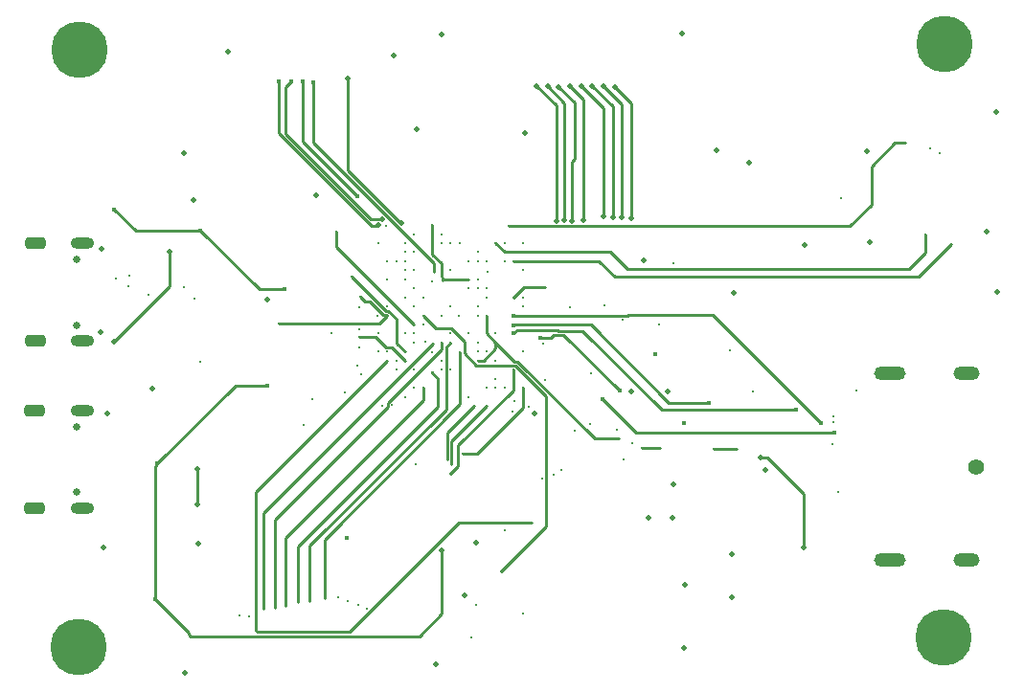
<source format=gbr>
%TF.GenerationSoftware,Altium Limited,Altium Designer,23.4.1 (23)*%
G04 Layer_Physical_Order=2*
G04 Layer_Color=36540*
%FSLAX45Y45*%
%MOMM*%
%TF.SameCoordinates,C80D94D6-ACD9-4930-820E-424AA932BAC3*%
%TF.FilePolarity,Positive*%
%TF.FileFunction,Copper,L2,Inr,Signal*%
%TF.Part,Single*%
G01*
G75*
%TA.AperFunction,Conductor*%
%ADD46C,0.25400*%
%TA.AperFunction,ComponentPad*%
%ADD48C,0.65000*%
%ADD49O,2.10000X1.00000*%
G04:AMPARAMS|DCode=50|XSize=1.8mm|YSize=1mm|CornerRadius=0.25mm|HoleSize=0mm|Usage=FLASHONLY|Rotation=0.000|XOffset=0mm|YOffset=0mm|HoleType=Round|Shape=RoundedRectangle|*
%AMROUNDEDRECTD50*
21,1,1.80000,0.50000,0,0,0.0*
21,1,1.30000,1.00000,0,0,0.0*
1,1,0.50000,0.65000,-0.25000*
1,1,0.50000,-0.65000,-0.25000*
1,1,0.50000,-0.65000,0.25000*
1,1,0.50000,0.65000,0.25000*
%
%ADD50ROUNDEDRECTD50*%
G04:AMPARAMS|DCode=51|XSize=1.2mm|YSize=2.8mm|CornerRadius=0.6mm|HoleSize=0mm|Usage=FLASHONLY|Rotation=90.000|XOffset=0mm|YOffset=0mm|HoleType=Round|Shape=RoundedRectangle|*
%AMROUNDEDRECTD51*
21,1,1.20000,1.60000,0,0,90.0*
21,1,0.00000,2.80000,0,0,90.0*
1,1,1.20000,0.80000,0.00000*
1,1,1.20000,0.80000,0.00000*
1,1,1.20000,-0.80000,0.00000*
1,1,1.20000,-0.80000,0.00000*
%
%ADD51ROUNDEDRECTD51*%
G04:AMPARAMS|DCode=52|XSize=1.2mm|YSize=2.3mm|CornerRadius=0.6mm|HoleSize=0mm|Usage=FLASHONLY|Rotation=90.000|XOffset=0mm|YOffset=0mm|HoleType=Round|Shape=RoundedRectangle|*
%AMROUNDEDRECTD52*
21,1,1.20000,1.10000,0,0,90.0*
21,1,0.00000,2.30000,0,0,90.0*
1,1,1.20000,0.55000,0.00000*
1,1,1.20000,0.55000,0.00000*
1,1,1.20000,-0.55000,0.00000*
1,1,1.20000,-0.55000,0.00000*
%
%ADD52ROUNDEDRECTD52*%
%ADD53C,1.40000*%
%TA.AperFunction,ViaPad*%
%ADD54C,0.50000*%
%ADD55C,0.30000*%
%ADD56C,0.40000*%
%ADD57C,5.00000*%
D46*
X9820000Y7910000D02*
X10310000Y8400000D01*
Y8700000D01*
X11135000Y6395000D02*
X12631701Y7891701D01*
X11135000Y5545000D02*
Y6395000D01*
X12641265Y8528735D02*
Y8603735D01*
X12720385Y8449615D02*
Y8471387D01*
Y8449615D02*
X12721265Y8448735D01*
X12710000Y8481772D02*
X12720385Y8471387D01*
X12710000Y8481772D02*
Y8600000D01*
X12721265Y8460000D02*
X12950000D01*
X11577500Y9667500D02*
X12641265Y8603735D01*
X11920000Y8480000D02*
X12217700Y8182300D01*
X12241015D01*
X12033316Y8266684D02*
X12073316D01*
X12199120Y8140880D02*
X12229120D01*
X12073316Y8266684D02*
X12199120Y8140880D01*
X12229120D02*
X12230000Y8140000D01*
X11990000Y8310000D02*
X12033316Y8266684D01*
X11545000Y6102500D02*
X12750000Y7307500D01*
Y7860000D02*
X12790000Y7900000D01*
X12750000Y7307500D02*
Y7860000D01*
X12237300Y7365616D02*
X12710000Y7838316D01*
Y7900000D01*
X12679180Y7329180D02*
Y7577775D01*
X11445000Y6095000D02*
X12679180Y7329180D01*
X12624235Y7632721D02*
X12679180Y7577775D01*
X13789999Y7967500D02*
X14285001Y7472500D01*
X14138254Y7400754D02*
X14434007Y7105000D01*
X16182500D01*
X13439999Y8390000D02*
X13630000D01*
X13350000Y8300000D02*
X13439999Y8390000D01*
X13580000Y7940000D02*
X13673225D01*
X13700725Y7967500D02*
X13789999D01*
X13673225Y7940000D02*
X13700725Y7967500D01*
X12798008Y8025308D02*
X12912700Y7910616D01*
Y7803985D02*
X13018985Y7697700D01*
X13365616D02*
X13637700Y7425616D01*
X13018985Y7697700D02*
X13365616D01*
X13239999Y5880000D02*
X13637700Y6277700D01*
Y7425616D01*
X12912700Y7803985D02*
Y7910616D01*
X13189999Y7900000D02*
X13356900Y7733100D01*
X14063377Y7050000D02*
X14280000D01*
X13380280Y7733100D02*
X14063377Y7050000D01*
X12664692Y8025308D02*
X12798008D01*
X12550000Y8140000D02*
X12664692Y8025308D01*
X13356900Y7733100D02*
X13380280D01*
X13350000Y7480000D02*
Y7660000D01*
X12859801Y6989800D02*
X13350000Y7480000D01*
X11895402Y5339587D02*
X12865816Y6310000D01*
X13510001D01*
X11084879Y5339587D02*
X11895402D01*
X11070000Y5354466D02*
X11084879Y5339587D01*
X11070000Y5354466D02*
Y6580000D01*
X12230000Y7740000D01*
X12514187Y5304187D02*
X12710000Y5500000D01*
X10480000Y5314879D02*
X10490692Y5304187D01*
X12514187D01*
X10480000Y5314879D02*
Y5330000D01*
X10180000Y5630000D02*
X10480000Y5330000D01*
X11980000Y7950000D02*
X12126684D01*
X12218984Y7857700D01*
X12272300D01*
X12390000Y7740000D01*
X12315508Y7894492D02*
X12390000Y7820000D01*
X12315508Y7894492D02*
Y8107808D01*
X12241015Y8182300D02*
X12315508Y8107808D01*
X15530000Y6880000D02*
X15589999D01*
X15910001Y6090000D02*
Y6560000D01*
X15589999Y6880000D02*
X15910001Y6560000D01*
X12710000Y5500000D02*
Y6060000D01*
X13430000Y7326684D02*
Y7500000D01*
X12897501Y6920000D02*
X13023315D01*
X13430000Y7326684D01*
X12800000Y6820000D02*
Y7030000D01*
X13110001Y7340000D01*
X12859801Y6809800D02*
Y6989800D01*
X12875000Y7355000D02*
Y7817500D01*
X11675000Y6155000D02*
X12875000Y7355000D01*
X13110001Y7980000D02*
X13189999Y7900000D01*
Y7846685D02*
Y7900000D01*
X13083315Y7740000D02*
X13189999Y7846685D01*
X13030000Y7740000D02*
X13083315D01*
X13110001Y7980000D02*
Y8140000D01*
X14355725D02*
X14360725Y8145000D01*
X13344003Y8140000D02*
X14355725D01*
X13352792Y8056797D02*
X13356796D01*
X13357500Y8057500D01*
X14030524D01*
X13350000Y8054004D02*
X13352792Y8056797D01*
X14030524Y8057500D02*
X14718024Y7370000D01*
X11675000Y5635000D02*
Y6155000D01*
X11270000Y8070000D02*
X12160000D01*
X12230000Y8140000D01*
X11780000Y8750000D02*
X12470000Y8060000D01*
X11780000Y8750000D02*
Y8880000D01*
X15120000Y6960000D02*
X15320000D01*
X14480000Y6970000D02*
X14639999D01*
X10550000Y6470000D02*
Y6780000D01*
X16989999Y8695397D02*
Y8860000D01*
X12630000Y8680000D02*
X12710000Y8600000D01*
X12630000Y8680000D02*
Y8940000D01*
X10580000Y8890000D02*
X11100000Y8370000D01*
X11320000D01*
X9820000Y9080000D02*
X10010000Y8890000D01*
X10580000D01*
X10180000Y5630000D02*
Y6806049D01*
X10200000Y6826049D01*
Y6830000D01*
X10890000Y7520000D01*
X11170000D01*
X12790000Y6740000D02*
X12859801Y6809800D01*
X12760000Y6870000D02*
Y7100000D01*
X13000000Y7340000D01*
X13300200Y8929800D02*
X16319800D01*
X13730000Y8977500D02*
Y9995000D01*
X13864999Y8977500D02*
Y9240618D01*
X14385001Y8997500D02*
Y10020000D01*
X16510001Y9120000D02*
Y9460000D01*
X16319800Y8929800D02*
X16510001Y9120000D01*
X16720000Y9670000D02*
X16810001D01*
X16510001Y9460000D02*
X16720000Y9670000D01*
X13270000Y8700000D02*
X14200000D01*
X13189999Y8780000D02*
X13270000Y8700000D01*
X14200000D02*
X14350000Y8550000D01*
X16844603D01*
X16989999Y8695397D01*
X13350000Y8620000D02*
X14100000D01*
X14239999Y8480000D01*
X16930000D02*
X17220000Y8770000D01*
X14239999Y8480000D02*
X16930000D01*
X14718024Y7370000D02*
X15070000D01*
X11445000Y5607500D02*
Y6095000D01*
X11545000Y5615000D02*
Y6102500D01*
X12550000Y7390000D02*
Y7500000D01*
X11335000Y5575000D02*
Y6175000D01*
X12550000Y7390000D01*
X12237300Y7331484D02*
Y7365616D01*
X11235000Y5555000D02*
Y6329184D01*
X12237300Y7331484D01*
X13745200Y8005000D02*
X13955000D01*
X13739999Y8010200D02*
X13745200Y8005000D01*
X13380200Y8010200D02*
X13739999D01*
X13350000Y7980000D02*
X13380200Y8010200D01*
X14657500Y7302500D02*
X15847501D01*
X13955000Y8005000D02*
X14657500Y7302500D01*
X14360725Y8145000D02*
X15107500D01*
X16062500Y7190000D01*
X13860001Y9245618D02*
X13864999Y9240618D01*
X13860001Y9245618D02*
Y9502079D01*
X13885001Y9527078D01*
Y10025000D01*
X11480000Y9677500D02*
X11965000Y9192500D01*
X11480000Y9677500D02*
Y10210000D01*
X11577500Y9667500D02*
Y10202500D01*
X11882500Y9425000D02*
X12347521Y8959979D01*
X11882500Y9425000D02*
Y10237500D01*
X12347521Y8959979D02*
X12352479D01*
X11272500Y9752601D02*
X12092572Y8932529D01*
X12150029D02*
X12154736Y8937236D01*
X11272500Y9752601D02*
Y10212500D01*
X12087664Y8987500D02*
X12187500D01*
X12092572Y8932529D02*
X12150029D01*
X11327500Y9747664D02*
X12087664Y8987500D01*
X11327500Y9747664D02*
Y10160000D01*
X11380000Y10212500D01*
X11272500D02*
X11273700Y10213700D01*
X13552499Y10172500D02*
X13730000Y9995000D01*
X13650000Y10165000D02*
X13797501Y10017500D01*
Y8980000D02*
Y10017500D01*
X13747501Y10162500D02*
X13885001Y10025000D01*
X13962500Y8982500D02*
Y10050000D01*
X13842500Y10170000D02*
X13962500Y10050000D01*
X14145000Y9015000D02*
Y9972500D01*
X13945000Y10172500D02*
X14145000Y9972500D01*
X14227499Y9005000D02*
Y9987500D01*
X14045000Y10170000D02*
X14227499Y9987500D01*
X14305000Y9005000D02*
Y10005000D01*
X14145000Y10165000D02*
X14305000Y10005000D01*
X14242500Y10162500D02*
X14385001Y10020000D01*
D48*
X9485500Y7156500D02*
D03*
Y6578500D02*
D03*
X9488000Y8634000D02*
D03*
Y8056000D02*
D03*
D49*
X9535500Y6435500D02*
D03*
Y7299500D02*
D03*
X9538000Y7913000D02*
D03*
Y8777000D02*
D03*
D50*
X9117500Y6435500D02*
D03*
Y7299500D02*
D03*
X9120000Y7913000D02*
D03*
Y8777000D02*
D03*
D51*
X16671500Y5975000D02*
D03*
Y7625000D02*
D03*
D52*
X17349500Y5975000D02*
D03*
Y7625000D02*
D03*
D53*
X17439500Y6800000D02*
D03*
D54*
X9820000Y7910000D02*
D03*
X10310000Y8700000D02*
D03*
X14500000Y8630000D02*
D03*
X14760001Y6650000D02*
D03*
X14750000Y6350000D02*
D03*
X15920000Y8760000D02*
D03*
X12919000Y5661000D02*
D03*
X15910001Y6090000D02*
D03*
X15530000Y6880000D02*
D03*
X12710000Y6060000D02*
D03*
X13530000Y7270000D02*
D03*
X10550000Y6780000D02*
D03*
Y6470000D02*
D03*
X10560000Y6120000D02*
D03*
X15289999Y8340000D02*
D03*
X11170000Y8280000D02*
D03*
X15430000Y9490000D02*
D03*
X15139999Y9600000D02*
D03*
X16470000Y9590000D02*
D03*
X13864999Y8977500D02*
D03*
X13730000D02*
D03*
X14385001Y8997500D02*
D03*
X13020000Y6130000D02*
D03*
X14389999Y7470000D02*
D03*
X14710001D02*
D03*
X15275000Y6025000D02*
D03*
X14860001Y5760000D02*
D03*
X9710000Y8730000D02*
D03*
X9700000Y7990000D02*
D03*
X15570000Y6770000D02*
D03*
X14839999Y10630000D02*
D03*
X12490000Y9790000D02*
D03*
X13450000Y9750000D02*
D03*
X14539999Y6350000D02*
D03*
X15280000Y5650000D02*
D03*
X14850000Y5200000D02*
D03*
X12661250Y5055000D02*
D03*
X10440000Y4980000D02*
D03*
X9720000Y6090000D02*
D03*
X9760000Y7270000D02*
D03*
X10152500Y7492500D02*
D03*
X10430000Y9580000D02*
D03*
X10520000Y9160000D02*
D03*
X11600000Y9200000D02*
D03*
X17530000Y8880000D02*
D03*
X16500000Y8790000D02*
D03*
X17620000Y8350000D02*
D03*
X17610001Y9940000D02*
D03*
X12286569Y10440000D02*
D03*
X10827300Y10477100D02*
D03*
X12708400Y10627100D02*
D03*
X12154736Y8937236D02*
D03*
X12187500Y8987500D02*
D03*
X12352479Y8959979D02*
D03*
X11882500Y10237500D02*
D03*
X14242500Y10162500D02*
D03*
X14145000Y10165000D02*
D03*
X14045000Y10170000D02*
D03*
X13945000Y10172500D02*
D03*
X13842500Y10170000D02*
D03*
X13747501Y10162500D02*
D03*
X13650000Y10165000D02*
D03*
X13552499Y10172500D02*
D03*
X14145000Y9015000D02*
D03*
X14305000Y9005000D02*
D03*
X14227499D02*
D03*
X13797501Y8980000D02*
D03*
X13962500Y8982500D02*
D03*
D55*
X12470000Y7980000D02*
D03*
X12550000Y8060000D02*
D03*
X12470000Y7660000D02*
D03*
X12566265Y7906265D02*
D03*
X12390000Y8460000D02*
D03*
Y8540000D02*
D03*
X12470000Y8380000D02*
D03*
X12710000Y8140000D02*
D03*
X12630000Y7816321D02*
D03*
X12631701Y7891701D02*
D03*
X12710000Y7660000D02*
D03*
X12390000Y8780000D02*
D03*
Y8700000D02*
D03*
Y8620000D02*
D03*
X12628759Y8438711D02*
D03*
X12641265Y8528735D02*
D03*
X12721265Y8448735D02*
D03*
X13121265Y8528735D02*
D03*
X13030000Y8460000D02*
D03*
Y8620000D02*
D03*
X12950000Y8380000D02*
D03*
X12231658Y8221658D02*
D03*
X12148342Y8138342D02*
D03*
X11990000Y8310000D02*
D03*
X15460001Y7470000D02*
D03*
X16380000Y7480000D02*
D03*
X12470000Y8700000D02*
D03*
X12710000Y8860000D02*
D03*
Y8780000D02*
D03*
X12790000D02*
D03*
X13030000Y8700000D02*
D03*
X12000000Y7620000D02*
D03*
X12470000Y7500000D02*
D03*
X13630000Y7570000D02*
D03*
X14260001Y7130000D02*
D03*
X12790000Y7660000D02*
D03*
X12710000Y7740000D02*
D03*
X13189999D02*
D03*
X14030000Y7630000D02*
D03*
X13110001Y8380000D02*
D03*
X14150000Y8230000D02*
D03*
X13110001Y8300000D02*
D03*
X13030000Y8380000D02*
D03*
X14758342Y8601658D02*
D03*
X14310001Y8100000D02*
D03*
X11740000Y7980000D02*
D03*
X12470000Y7900000D02*
D03*
X10580000Y7730000D02*
D03*
X12550000Y8300000D02*
D03*
X13610001Y7892500D02*
D03*
X13350000Y8300000D02*
D03*
X13630000Y8390000D02*
D03*
X12550000Y8140000D02*
D03*
X13350000Y7660000D02*
D03*
X13270000Y6240000D02*
D03*
X13239999Y5880000D02*
D03*
X13020000Y5580000D02*
D03*
X12970000Y5290000D02*
D03*
X11570000Y7400000D02*
D03*
X11860000Y7460000D02*
D03*
X13510001Y6310000D02*
D03*
X11007500Y5475000D02*
D03*
X10927500Y5487500D02*
D03*
X12230000Y7740000D02*
D03*
X11490000Y7170000D02*
D03*
X12950000Y8617700D02*
D03*
X13270000Y8620000D02*
D03*
X13110001D02*
D03*
X12790000Y8540000D02*
D03*
X13430000D02*
D03*
X12470000D02*
D03*
X12863342Y8133342D02*
D03*
X12790000Y8220000D02*
D03*
X13030000Y8140000D02*
D03*
X14630000Y8060000D02*
D03*
X14400000Y7010000D02*
D03*
X14320000Y6870000D02*
D03*
X15260001Y7830000D02*
D03*
X14280000Y7050000D02*
D03*
X12624235Y7632721D02*
D03*
X12390000Y7820000D02*
D03*
Y7740000D02*
D03*
X12390000Y7980000D02*
D03*
X11980000Y7950000D02*
D03*
X11920000Y8480000D02*
D03*
X14020000Y7180000D02*
D03*
X13430000Y5500000D02*
D03*
X13699915Y6730085D02*
D03*
X13339999Y7290000D02*
D03*
X13352982Y7382981D02*
D03*
X13600000Y6700000D02*
D03*
X13270000Y7500000D02*
D03*
X13110001Y7340000D02*
D03*
X13889999Y7120000D02*
D03*
X13770000Y6770000D02*
D03*
X13110001Y7500000D02*
D03*
X13189999D02*
D03*
X13480000Y7330000D02*
D03*
X13189999Y7580000D02*
D03*
X12897501Y6920000D02*
D03*
X13110001Y7820000D02*
D03*
X13030000Y7740000D02*
D03*
X13110001Y8140000D02*
D03*
X13189999Y7900000D02*
D03*
X13430000Y7820000D02*
D03*
X13850000Y8210000D02*
D03*
X12150000Y7980000D02*
D03*
X12230000Y7820000D02*
D03*
X12950000Y7420000D02*
D03*
X12875000Y7817500D02*
D03*
X11270000Y8070000D02*
D03*
X12230000Y8140000D02*
D03*
X13000000Y7340000D02*
D03*
X12220000Y8930000D02*
D03*
X12470000Y8860000D02*
D03*
X12480000Y6820000D02*
D03*
X11780000Y8880000D02*
D03*
X12470000Y8060000D02*
D03*
X16239999Y9180000D02*
D03*
X15320000Y6960000D02*
D03*
X15120000D02*
D03*
X14639999Y6970000D02*
D03*
X14480000D02*
D03*
X17117981Y9577981D02*
D03*
X17030000Y9620000D02*
D03*
X16989999Y8860000D02*
D03*
X12630000Y8940000D02*
D03*
X12950000Y8460000D02*
D03*
X13430000Y7500000D02*
D03*
X12800000Y6820000D02*
D03*
X12760000Y6870000D02*
D03*
X12790000Y6740000D02*
D03*
X16170000Y7000000D02*
D03*
X16220000Y6580000D02*
D03*
X13300200Y8929800D02*
D03*
X16810001Y9670000D02*
D03*
X13189999Y8780000D02*
D03*
X13270000D02*
D03*
X13430000D02*
D03*
X13350000Y8620000D02*
D03*
X17220000Y8770000D02*
D03*
X12390000Y7420000D02*
D03*
X12790000Y7980000D02*
D03*
X12950000D02*
D03*
X13030000Y8220000D02*
D03*
X12310000Y8620000D02*
D03*
X13030000Y7900000D02*
D03*
Y7820000D02*
D03*
X13430000Y8300000D02*
D03*
Y8220000D02*
D03*
X12870000Y8780000D02*
D03*
X12150000D02*
D03*
X12470000Y8220000D02*
D03*
X12390000Y8300000D02*
D03*
X12230000Y8460000D02*
D03*
Y8620000D02*
D03*
X11970000Y7700000D02*
D03*
X12150000Y7820000D02*
D03*
X11980000Y7860000D02*
D03*
Y8020000D02*
D03*
Y8210000D02*
D03*
X10530000Y8290000D02*
D03*
X10430000Y8390000D02*
D03*
X10120000Y8320000D02*
D03*
X9940000Y8400000D02*
D03*
X9950000Y8490000D02*
D03*
X9830000Y8470000D02*
D03*
X12710000Y7900000D02*
D03*
X12550000Y7500000D02*
D03*
X12190000Y7337500D02*
D03*
X12275000Y7350000D02*
D03*
X12790000Y7900000D02*
D03*
X12312500Y7740000D02*
D03*
X12315000Y7660000D02*
D03*
X11135000Y5545000D02*
D03*
X11235000Y5555000D02*
D03*
X11335000Y5575000D02*
D03*
X11445000Y5607500D02*
D03*
X11545000Y5615000D02*
D03*
X11675000Y5635000D02*
D03*
X11800000Y5650000D02*
D03*
X11880000Y5615000D02*
D03*
X11977500Y5580000D02*
D03*
X12047500Y5545000D02*
D03*
X13189999Y7980000D02*
D03*
X16177499Y7200000D02*
D03*
X16175000Y7250000D02*
D03*
D56*
X14285001Y7472500D02*
D03*
X14138254Y7400754D02*
D03*
X13580000Y7940000D02*
D03*
X13344003Y8140000D02*
D03*
X13350000Y8054004D02*
D03*
X14600000Y7800000D02*
D03*
X11870000Y6170000D02*
D03*
X9820000Y9080000D02*
D03*
X10580000Y8890000D02*
D03*
X11320000Y8370000D02*
D03*
X11170000Y7520000D02*
D03*
X10200000Y6830000D02*
D03*
X10180000Y5630000D02*
D03*
X14850000Y7190000D02*
D03*
X15070000Y7370000D02*
D03*
X13350000Y7980000D02*
D03*
X15847501Y7302500D02*
D03*
X16062500Y7190000D02*
D03*
X16182500Y7105000D02*
D03*
X11480000Y10210000D02*
D03*
X11965000Y9192500D02*
D03*
X11273700Y10213700D02*
D03*
X11380000Y10212500D02*
D03*
X11577500Y10202500D02*
D03*
D57*
X17150000Y5290000D02*
D03*
X9500000Y5210000D02*
D03*
X9510000Y10490000D02*
D03*
X17160001Y10540000D02*
D03*
%TF.MD5,5bb78242f3660119d448f94046fd26d9*%
M02*

</source>
